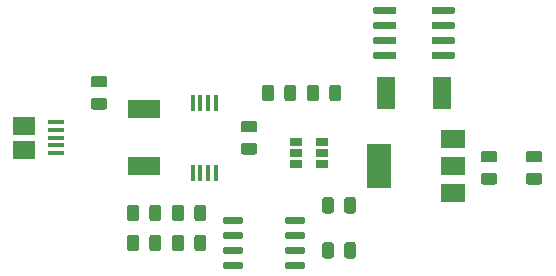
<source format=gbr>
G04 #@! TF.GenerationSoftware,KiCad,Pcbnew,5.1.5+dfsg1-2build2*
G04 #@! TF.CreationDate,2020-07-25T19:40:00-04:00*
G04 #@! TF.ProjectId,lipo-charger,6c69706f-2d63-4686-9172-6765722e6b69,rev?*
G04 #@! TF.SameCoordinates,Original*
G04 #@! TF.FileFunction,Paste,Top*
G04 #@! TF.FilePolarity,Positive*
%FSLAX46Y46*%
G04 Gerber Fmt 4.6, Leading zero omitted, Abs format (unit mm)*
G04 Created by KiCad (PCBNEW 5.1.5+dfsg1-2build2) date 2020-07-25 19:40:00*
%MOMM*%
%LPD*%
G04 APERTURE LIST*
%ADD10C,0.100000*%
%ADD11R,1.900000X1.500000*%
%ADD12R,1.350000X0.400000*%
%ADD13R,1.060000X0.650000*%
%ADD14R,0.450000X1.450000*%
%ADD15R,2.700000X1.500000*%
%ADD16R,1.500000X2.700000*%
%ADD17R,2.000000X3.800000*%
%ADD18R,2.000000X1.500000*%
G04 APERTURE END LIST*
D10*
G36*
X126504703Y-93045722D02*
G01*
X126519264Y-93047882D01*
X126533543Y-93051459D01*
X126547403Y-93056418D01*
X126560710Y-93062712D01*
X126573336Y-93070280D01*
X126585159Y-93079048D01*
X126596066Y-93088934D01*
X126605952Y-93099841D01*
X126614720Y-93111664D01*
X126622288Y-93124290D01*
X126628582Y-93137597D01*
X126633541Y-93151457D01*
X126637118Y-93165736D01*
X126639278Y-93180297D01*
X126640000Y-93195000D01*
X126640000Y-93495000D01*
X126639278Y-93509703D01*
X126637118Y-93524264D01*
X126633541Y-93538543D01*
X126628582Y-93552403D01*
X126622288Y-93565710D01*
X126614720Y-93578336D01*
X126605952Y-93590159D01*
X126596066Y-93601066D01*
X126585159Y-93610952D01*
X126573336Y-93619720D01*
X126560710Y-93627288D01*
X126547403Y-93633582D01*
X126533543Y-93638541D01*
X126519264Y-93642118D01*
X126504703Y-93644278D01*
X126490000Y-93645000D01*
X125140000Y-93645000D01*
X125125297Y-93644278D01*
X125110736Y-93642118D01*
X125096457Y-93638541D01*
X125082597Y-93633582D01*
X125069290Y-93627288D01*
X125056664Y-93619720D01*
X125044841Y-93610952D01*
X125033934Y-93601066D01*
X125024048Y-93590159D01*
X125015280Y-93578336D01*
X125007712Y-93565710D01*
X125001418Y-93552403D01*
X124996459Y-93538543D01*
X124992882Y-93524264D01*
X124990722Y-93509703D01*
X124990000Y-93495000D01*
X124990000Y-93195000D01*
X124990722Y-93180297D01*
X124992882Y-93165736D01*
X124996459Y-93151457D01*
X125001418Y-93137597D01*
X125007712Y-93124290D01*
X125015280Y-93111664D01*
X125024048Y-93099841D01*
X125033934Y-93088934D01*
X125044841Y-93079048D01*
X125056664Y-93070280D01*
X125069290Y-93062712D01*
X125082597Y-93056418D01*
X125096457Y-93051459D01*
X125110736Y-93047882D01*
X125125297Y-93045722D01*
X125140000Y-93045000D01*
X126490000Y-93045000D01*
X126504703Y-93045722D01*
G37*
G36*
X126504703Y-91775722D02*
G01*
X126519264Y-91777882D01*
X126533543Y-91781459D01*
X126547403Y-91786418D01*
X126560710Y-91792712D01*
X126573336Y-91800280D01*
X126585159Y-91809048D01*
X126596066Y-91818934D01*
X126605952Y-91829841D01*
X126614720Y-91841664D01*
X126622288Y-91854290D01*
X126628582Y-91867597D01*
X126633541Y-91881457D01*
X126637118Y-91895736D01*
X126639278Y-91910297D01*
X126640000Y-91925000D01*
X126640000Y-92225000D01*
X126639278Y-92239703D01*
X126637118Y-92254264D01*
X126633541Y-92268543D01*
X126628582Y-92282403D01*
X126622288Y-92295710D01*
X126614720Y-92308336D01*
X126605952Y-92320159D01*
X126596066Y-92331066D01*
X126585159Y-92340952D01*
X126573336Y-92349720D01*
X126560710Y-92357288D01*
X126547403Y-92363582D01*
X126533543Y-92368541D01*
X126519264Y-92372118D01*
X126504703Y-92374278D01*
X126490000Y-92375000D01*
X125140000Y-92375000D01*
X125125297Y-92374278D01*
X125110736Y-92372118D01*
X125096457Y-92368541D01*
X125082597Y-92363582D01*
X125069290Y-92357288D01*
X125056664Y-92349720D01*
X125044841Y-92340952D01*
X125033934Y-92331066D01*
X125024048Y-92320159D01*
X125015280Y-92308336D01*
X125007712Y-92295710D01*
X125001418Y-92282403D01*
X124996459Y-92268543D01*
X124992882Y-92254264D01*
X124990722Y-92239703D01*
X124990000Y-92225000D01*
X124990000Y-91925000D01*
X124990722Y-91910297D01*
X124992882Y-91895736D01*
X124996459Y-91881457D01*
X125001418Y-91867597D01*
X125007712Y-91854290D01*
X125015280Y-91841664D01*
X125024048Y-91829841D01*
X125033934Y-91818934D01*
X125044841Y-91809048D01*
X125056664Y-91800280D01*
X125069290Y-91792712D01*
X125082597Y-91786418D01*
X125096457Y-91781459D01*
X125110736Y-91777882D01*
X125125297Y-91775722D01*
X125140000Y-91775000D01*
X126490000Y-91775000D01*
X126504703Y-91775722D01*
G37*
G36*
X126504703Y-90505722D02*
G01*
X126519264Y-90507882D01*
X126533543Y-90511459D01*
X126547403Y-90516418D01*
X126560710Y-90522712D01*
X126573336Y-90530280D01*
X126585159Y-90539048D01*
X126596066Y-90548934D01*
X126605952Y-90559841D01*
X126614720Y-90571664D01*
X126622288Y-90584290D01*
X126628582Y-90597597D01*
X126633541Y-90611457D01*
X126637118Y-90625736D01*
X126639278Y-90640297D01*
X126640000Y-90655000D01*
X126640000Y-90955000D01*
X126639278Y-90969703D01*
X126637118Y-90984264D01*
X126633541Y-90998543D01*
X126628582Y-91012403D01*
X126622288Y-91025710D01*
X126614720Y-91038336D01*
X126605952Y-91050159D01*
X126596066Y-91061066D01*
X126585159Y-91070952D01*
X126573336Y-91079720D01*
X126560710Y-91087288D01*
X126547403Y-91093582D01*
X126533543Y-91098541D01*
X126519264Y-91102118D01*
X126504703Y-91104278D01*
X126490000Y-91105000D01*
X125140000Y-91105000D01*
X125125297Y-91104278D01*
X125110736Y-91102118D01*
X125096457Y-91098541D01*
X125082597Y-91093582D01*
X125069290Y-91087288D01*
X125056664Y-91079720D01*
X125044841Y-91070952D01*
X125033934Y-91061066D01*
X125024048Y-91050159D01*
X125015280Y-91038336D01*
X125007712Y-91025710D01*
X125001418Y-91012403D01*
X124996459Y-90998543D01*
X124992882Y-90984264D01*
X124990722Y-90969703D01*
X124990000Y-90955000D01*
X124990000Y-90655000D01*
X124990722Y-90640297D01*
X124992882Y-90625736D01*
X124996459Y-90611457D01*
X125001418Y-90597597D01*
X125007712Y-90584290D01*
X125015280Y-90571664D01*
X125024048Y-90559841D01*
X125033934Y-90548934D01*
X125044841Y-90539048D01*
X125056664Y-90530280D01*
X125069290Y-90522712D01*
X125082597Y-90516418D01*
X125096457Y-90511459D01*
X125110736Y-90507882D01*
X125125297Y-90505722D01*
X125140000Y-90505000D01*
X126490000Y-90505000D01*
X126504703Y-90505722D01*
G37*
G36*
X126504703Y-89235722D02*
G01*
X126519264Y-89237882D01*
X126533543Y-89241459D01*
X126547403Y-89246418D01*
X126560710Y-89252712D01*
X126573336Y-89260280D01*
X126585159Y-89269048D01*
X126596066Y-89278934D01*
X126605952Y-89289841D01*
X126614720Y-89301664D01*
X126622288Y-89314290D01*
X126628582Y-89327597D01*
X126633541Y-89341457D01*
X126637118Y-89355736D01*
X126639278Y-89370297D01*
X126640000Y-89385000D01*
X126640000Y-89685000D01*
X126639278Y-89699703D01*
X126637118Y-89714264D01*
X126633541Y-89728543D01*
X126628582Y-89742403D01*
X126622288Y-89755710D01*
X126614720Y-89768336D01*
X126605952Y-89780159D01*
X126596066Y-89791066D01*
X126585159Y-89800952D01*
X126573336Y-89809720D01*
X126560710Y-89817288D01*
X126547403Y-89823582D01*
X126533543Y-89828541D01*
X126519264Y-89832118D01*
X126504703Y-89834278D01*
X126490000Y-89835000D01*
X125140000Y-89835000D01*
X125125297Y-89834278D01*
X125110736Y-89832118D01*
X125096457Y-89828541D01*
X125082597Y-89823582D01*
X125069290Y-89817288D01*
X125056664Y-89809720D01*
X125044841Y-89800952D01*
X125033934Y-89791066D01*
X125024048Y-89780159D01*
X125015280Y-89768336D01*
X125007712Y-89755710D01*
X125001418Y-89742403D01*
X124996459Y-89728543D01*
X124992882Y-89714264D01*
X124990722Y-89699703D01*
X124990000Y-89685000D01*
X124990000Y-89385000D01*
X124990722Y-89370297D01*
X124992882Y-89355736D01*
X124996459Y-89341457D01*
X125001418Y-89327597D01*
X125007712Y-89314290D01*
X125015280Y-89301664D01*
X125024048Y-89289841D01*
X125033934Y-89278934D01*
X125044841Y-89269048D01*
X125056664Y-89260280D01*
X125069290Y-89252712D01*
X125082597Y-89246418D01*
X125096457Y-89241459D01*
X125110736Y-89237882D01*
X125125297Y-89235722D01*
X125140000Y-89235000D01*
X126490000Y-89235000D01*
X126504703Y-89235722D01*
G37*
G36*
X121254703Y-89235722D02*
G01*
X121269264Y-89237882D01*
X121283543Y-89241459D01*
X121297403Y-89246418D01*
X121310710Y-89252712D01*
X121323336Y-89260280D01*
X121335159Y-89269048D01*
X121346066Y-89278934D01*
X121355952Y-89289841D01*
X121364720Y-89301664D01*
X121372288Y-89314290D01*
X121378582Y-89327597D01*
X121383541Y-89341457D01*
X121387118Y-89355736D01*
X121389278Y-89370297D01*
X121390000Y-89385000D01*
X121390000Y-89685000D01*
X121389278Y-89699703D01*
X121387118Y-89714264D01*
X121383541Y-89728543D01*
X121378582Y-89742403D01*
X121372288Y-89755710D01*
X121364720Y-89768336D01*
X121355952Y-89780159D01*
X121346066Y-89791066D01*
X121335159Y-89800952D01*
X121323336Y-89809720D01*
X121310710Y-89817288D01*
X121297403Y-89823582D01*
X121283543Y-89828541D01*
X121269264Y-89832118D01*
X121254703Y-89834278D01*
X121240000Y-89835000D01*
X119890000Y-89835000D01*
X119875297Y-89834278D01*
X119860736Y-89832118D01*
X119846457Y-89828541D01*
X119832597Y-89823582D01*
X119819290Y-89817288D01*
X119806664Y-89809720D01*
X119794841Y-89800952D01*
X119783934Y-89791066D01*
X119774048Y-89780159D01*
X119765280Y-89768336D01*
X119757712Y-89755710D01*
X119751418Y-89742403D01*
X119746459Y-89728543D01*
X119742882Y-89714264D01*
X119740722Y-89699703D01*
X119740000Y-89685000D01*
X119740000Y-89385000D01*
X119740722Y-89370297D01*
X119742882Y-89355736D01*
X119746459Y-89341457D01*
X119751418Y-89327597D01*
X119757712Y-89314290D01*
X119765280Y-89301664D01*
X119774048Y-89289841D01*
X119783934Y-89278934D01*
X119794841Y-89269048D01*
X119806664Y-89260280D01*
X119819290Y-89252712D01*
X119832597Y-89246418D01*
X119846457Y-89241459D01*
X119860736Y-89237882D01*
X119875297Y-89235722D01*
X119890000Y-89235000D01*
X121240000Y-89235000D01*
X121254703Y-89235722D01*
G37*
G36*
X121254703Y-90505722D02*
G01*
X121269264Y-90507882D01*
X121283543Y-90511459D01*
X121297403Y-90516418D01*
X121310710Y-90522712D01*
X121323336Y-90530280D01*
X121335159Y-90539048D01*
X121346066Y-90548934D01*
X121355952Y-90559841D01*
X121364720Y-90571664D01*
X121372288Y-90584290D01*
X121378582Y-90597597D01*
X121383541Y-90611457D01*
X121387118Y-90625736D01*
X121389278Y-90640297D01*
X121390000Y-90655000D01*
X121390000Y-90955000D01*
X121389278Y-90969703D01*
X121387118Y-90984264D01*
X121383541Y-90998543D01*
X121378582Y-91012403D01*
X121372288Y-91025710D01*
X121364720Y-91038336D01*
X121355952Y-91050159D01*
X121346066Y-91061066D01*
X121335159Y-91070952D01*
X121323336Y-91079720D01*
X121310710Y-91087288D01*
X121297403Y-91093582D01*
X121283543Y-91098541D01*
X121269264Y-91102118D01*
X121254703Y-91104278D01*
X121240000Y-91105000D01*
X119890000Y-91105000D01*
X119875297Y-91104278D01*
X119860736Y-91102118D01*
X119846457Y-91098541D01*
X119832597Y-91093582D01*
X119819290Y-91087288D01*
X119806664Y-91079720D01*
X119794841Y-91070952D01*
X119783934Y-91061066D01*
X119774048Y-91050159D01*
X119765280Y-91038336D01*
X119757712Y-91025710D01*
X119751418Y-91012403D01*
X119746459Y-90998543D01*
X119742882Y-90984264D01*
X119740722Y-90969703D01*
X119740000Y-90955000D01*
X119740000Y-90655000D01*
X119740722Y-90640297D01*
X119742882Y-90625736D01*
X119746459Y-90611457D01*
X119751418Y-90597597D01*
X119757712Y-90584290D01*
X119765280Y-90571664D01*
X119774048Y-90559841D01*
X119783934Y-90548934D01*
X119794841Y-90539048D01*
X119806664Y-90530280D01*
X119819290Y-90522712D01*
X119832597Y-90516418D01*
X119846457Y-90511459D01*
X119860736Y-90507882D01*
X119875297Y-90505722D01*
X119890000Y-90505000D01*
X121240000Y-90505000D01*
X121254703Y-90505722D01*
G37*
G36*
X121254703Y-91775722D02*
G01*
X121269264Y-91777882D01*
X121283543Y-91781459D01*
X121297403Y-91786418D01*
X121310710Y-91792712D01*
X121323336Y-91800280D01*
X121335159Y-91809048D01*
X121346066Y-91818934D01*
X121355952Y-91829841D01*
X121364720Y-91841664D01*
X121372288Y-91854290D01*
X121378582Y-91867597D01*
X121383541Y-91881457D01*
X121387118Y-91895736D01*
X121389278Y-91910297D01*
X121390000Y-91925000D01*
X121390000Y-92225000D01*
X121389278Y-92239703D01*
X121387118Y-92254264D01*
X121383541Y-92268543D01*
X121378582Y-92282403D01*
X121372288Y-92295710D01*
X121364720Y-92308336D01*
X121355952Y-92320159D01*
X121346066Y-92331066D01*
X121335159Y-92340952D01*
X121323336Y-92349720D01*
X121310710Y-92357288D01*
X121297403Y-92363582D01*
X121283543Y-92368541D01*
X121269264Y-92372118D01*
X121254703Y-92374278D01*
X121240000Y-92375000D01*
X119890000Y-92375000D01*
X119875297Y-92374278D01*
X119860736Y-92372118D01*
X119846457Y-92368541D01*
X119832597Y-92363582D01*
X119819290Y-92357288D01*
X119806664Y-92349720D01*
X119794841Y-92340952D01*
X119783934Y-92331066D01*
X119774048Y-92320159D01*
X119765280Y-92308336D01*
X119757712Y-92295710D01*
X119751418Y-92282403D01*
X119746459Y-92268543D01*
X119742882Y-92254264D01*
X119740722Y-92239703D01*
X119740000Y-92225000D01*
X119740000Y-91925000D01*
X119740722Y-91910297D01*
X119742882Y-91895736D01*
X119746459Y-91881457D01*
X119751418Y-91867597D01*
X119757712Y-91854290D01*
X119765280Y-91841664D01*
X119774048Y-91829841D01*
X119783934Y-91818934D01*
X119794841Y-91809048D01*
X119806664Y-91800280D01*
X119819290Y-91792712D01*
X119832597Y-91786418D01*
X119846457Y-91781459D01*
X119860736Y-91777882D01*
X119875297Y-91775722D01*
X119890000Y-91775000D01*
X121240000Y-91775000D01*
X121254703Y-91775722D01*
G37*
G36*
X121254703Y-93045722D02*
G01*
X121269264Y-93047882D01*
X121283543Y-93051459D01*
X121297403Y-93056418D01*
X121310710Y-93062712D01*
X121323336Y-93070280D01*
X121335159Y-93079048D01*
X121346066Y-93088934D01*
X121355952Y-93099841D01*
X121364720Y-93111664D01*
X121372288Y-93124290D01*
X121378582Y-93137597D01*
X121383541Y-93151457D01*
X121387118Y-93165736D01*
X121389278Y-93180297D01*
X121390000Y-93195000D01*
X121390000Y-93495000D01*
X121389278Y-93509703D01*
X121387118Y-93524264D01*
X121383541Y-93538543D01*
X121378582Y-93552403D01*
X121372288Y-93565710D01*
X121364720Y-93578336D01*
X121355952Y-93590159D01*
X121346066Y-93601066D01*
X121335159Y-93610952D01*
X121323336Y-93619720D01*
X121310710Y-93627288D01*
X121297403Y-93633582D01*
X121283543Y-93638541D01*
X121269264Y-93642118D01*
X121254703Y-93644278D01*
X121240000Y-93645000D01*
X119890000Y-93645000D01*
X119875297Y-93644278D01*
X119860736Y-93642118D01*
X119846457Y-93638541D01*
X119832597Y-93633582D01*
X119819290Y-93627288D01*
X119806664Y-93619720D01*
X119794841Y-93610952D01*
X119783934Y-93601066D01*
X119774048Y-93590159D01*
X119765280Y-93578336D01*
X119757712Y-93565710D01*
X119751418Y-93552403D01*
X119746459Y-93538543D01*
X119742882Y-93524264D01*
X119740722Y-93509703D01*
X119740000Y-93495000D01*
X119740000Y-93195000D01*
X119740722Y-93180297D01*
X119742882Y-93165736D01*
X119746459Y-93151457D01*
X119751418Y-93137597D01*
X119757712Y-93124290D01*
X119765280Y-93111664D01*
X119774048Y-93099841D01*
X119783934Y-93088934D01*
X119794841Y-93079048D01*
X119806664Y-93070280D01*
X119819290Y-93062712D01*
X119832597Y-93056418D01*
X119846457Y-93051459D01*
X119860736Y-93047882D01*
X119875297Y-93045722D01*
X119890000Y-93045000D01*
X121240000Y-93045000D01*
X121254703Y-93045722D01*
G37*
G36*
X109700142Y-77316174D02*
G01*
X109723803Y-77319684D01*
X109747007Y-77325496D01*
X109769529Y-77333554D01*
X109791153Y-77343782D01*
X109811670Y-77356079D01*
X109830883Y-77370329D01*
X109848607Y-77386393D01*
X109864671Y-77404117D01*
X109878921Y-77423330D01*
X109891218Y-77443847D01*
X109901446Y-77465471D01*
X109909504Y-77487993D01*
X109915316Y-77511197D01*
X109918826Y-77534858D01*
X109920000Y-77558750D01*
X109920000Y-78046250D01*
X109918826Y-78070142D01*
X109915316Y-78093803D01*
X109909504Y-78117007D01*
X109901446Y-78139529D01*
X109891218Y-78161153D01*
X109878921Y-78181670D01*
X109864671Y-78200883D01*
X109848607Y-78218607D01*
X109830883Y-78234671D01*
X109811670Y-78248921D01*
X109791153Y-78261218D01*
X109769529Y-78271446D01*
X109747007Y-78279504D01*
X109723803Y-78285316D01*
X109700142Y-78288826D01*
X109676250Y-78290000D01*
X108763750Y-78290000D01*
X108739858Y-78288826D01*
X108716197Y-78285316D01*
X108692993Y-78279504D01*
X108670471Y-78271446D01*
X108648847Y-78261218D01*
X108628330Y-78248921D01*
X108609117Y-78234671D01*
X108591393Y-78218607D01*
X108575329Y-78200883D01*
X108561079Y-78181670D01*
X108548782Y-78161153D01*
X108538554Y-78139529D01*
X108530496Y-78117007D01*
X108524684Y-78093803D01*
X108521174Y-78070142D01*
X108520000Y-78046250D01*
X108520000Y-77558750D01*
X108521174Y-77534858D01*
X108524684Y-77511197D01*
X108530496Y-77487993D01*
X108538554Y-77465471D01*
X108548782Y-77443847D01*
X108561079Y-77423330D01*
X108575329Y-77404117D01*
X108591393Y-77386393D01*
X108609117Y-77370329D01*
X108628330Y-77356079D01*
X108648847Y-77343782D01*
X108670471Y-77333554D01*
X108692993Y-77325496D01*
X108716197Y-77319684D01*
X108739858Y-77316174D01*
X108763750Y-77315000D01*
X109676250Y-77315000D01*
X109700142Y-77316174D01*
G37*
G36*
X109700142Y-79191174D02*
G01*
X109723803Y-79194684D01*
X109747007Y-79200496D01*
X109769529Y-79208554D01*
X109791153Y-79218782D01*
X109811670Y-79231079D01*
X109830883Y-79245329D01*
X109848607Y-79261393D01*
X109864671Y-79279117D01*
X109878921Y-79298330D01*
X109891218Y-79318847D01*
X109901446Y-79340471D01*
X109909504Y-79362993D01*
X109915316Y-79386197D01*
X109918826Y-79409858D01*
X109920000Y-79433750D01*
X109920000Y-79921250D01*
X109918826Y-79945142D01*
X109915316Y-79968803D01*
X109909504Y-79992007D01*
X109901446Y-80014529D01*
X109891218Y-80036153D01*
X109878921Y-80056670D01*
X109864671Y-80075883D01*
X109848607Y-80093607D01*
X109830883Y-80109671D01*
X109811670Y-80123921D01*
X109791153Y-80136218D01*
X109769529Y-80146446D01*
X109747007Y-80154504D01*
X109723803Y-80160316D01*
X109700142Y-80163826D01*
X109676250Y-80165000D01*
X108763750Y-80165000D01*
X108739858Y-80163826D01*
X108716197Y-80160316D01*
X108692993Y-80154504D01*
X108670471Y-80146446D01*
X108648847Y-80136218D01*
X108628330Y-80123921D01*
X108609117Y-80109671D01*
X108591393Y-80093607D01*
X108575329Y-80075883D01*
X108561079Y-80056670D01*
X108548782Y-80036153D01*
X108538554Y-80014529D01*
X108530496Y-79992007D01*
X108524684Y-79968803D01*
X108521174Y-79945142D01*
X108520000Y-79921250D01*
X108520000Y-79433750D01*
X108521174Y-79409858D01*
X108524684Y-79386197D01*
X108530496Y-79362993D01*
X108538554Y-79340471D01*
X108548782Y-79318847D01*
X108561079Y-79298330D01*
X108575329Y-79279117D01*
X108591393Y-79261393D01*
X108609117Y-79245329D01*
X108628330Y-79231079D01*
X108648847Y-79218782D01*
X108670471Y-79208554D01*
X108692993Y-79200496D01*
X108716197Y-79194684D01*
X108739858Y-79191174D01*
X108763750Y-79190000D01*
X109676250Y-79190000D01*
X109700142Y-79191174D01*
G37*
G36*
X142720142Y-83666174D02*
G01*
X142743803Y-83669684D01*
X142767007Y-83675496D01*
X142789529Y-83683554D01*
X142811153Y-83693782D01*
X142831670Y-83706079D01*
X142850883Y-83720329D01*
X142868607Y-83736393D01*
X142884671Y-83754117D01*
X142898921Y-83773330D01*
X142911218Y-83793847D01*
X142921446Y-83815471D01*
X142929504Y-83837993D01*
X142935316Y-83861197D01*
X142938826Y-83884858D01*
X142940000Y-83908750D01*
X142940000Y-84396250D01*
X142938826Y-84420142D01*
X142935316Y-84443803D01*
X142929504Y-84467007D01*
X142921446Y-84489529D01*
X142911218Y-84511153D01*
X142898921Y-84531670D01*
X142884671Y-84550883D01*
X142868607Y-84568607D01*
X142850883Y-84584671D01*
X142831670Y-84598921D01*
X142811153Y-84611218D01*
X142789529Y-84621446D01*
X142767007Y-84629504D01*
X142743803Y-84635316D01*
X142720142Y-84638826D01*
X142696250Y-84640000D01*
X141783750Y-84640000D01*
X141759858Y-84638826D01*
X141736197Y-84635316D01*
X141712993Y-84629504D01*
X141690471Y-84621446D01*
X141668847Y-84611218D01*
X141648330Y-84598921D01*
X141629117Y-84584671D01*
X141611393Y-84568607D01*
X141595329Y-84550883D01*
X141581079Y-84531670D01*
X141568782Y-84511153D01*
X141558554Y-84489529D01*
X141550496Y-84467007D01*
X141544684Y-84443803D01*
X141541174Y-84420142D01*
X141540000Y-84396250D01*
X141540000Y-83908750D01*
X141541174Y-83884858D01*
X141544684Y-83861197D01*
X141550496Y-83837993D01*
X141558554Y-83815471D01*
X141568782Y-83793847D01*
X141581079Y-83773330D01*
X141595329Y-83754117D01*
X141611393Y-83736393D01*
X141629117Y-83720329D01*
X141648330Y-83706079D01*
X141668847Y-83693782D01*
X141690471Y-83683554D01*
X141712993Y-83675496D01*
X141736197Y-83669684D01*
X141759858Y-83666174D01*
X141783750Y-83665000D01*
X142696250Y-83665000D01*
X142720142Y-83666174D01*
G37*
G36*
X142720142Y-85541174D02*
G01*
X142743803Y-85544684D01*
X142767007Y-85550496D01*
X142789529Y-85558554D01*
X142811153Y-85568782D01*
X142831670Y-85581079D01*
X142850883Y-85595329D01*
X142868607Y-85611393D01*
X142884671Y-85629117D01*
X142898921Y-85648330D01*
X142911218Y-85668847D01*
X142921446Y-85690471D01*
X142929504Y-85712993D01*
X142935316Y-85736197D01*
X142938826Y-85759858D01*
X142940000Y-85783750D01*
X142940000Y-86271250D01*
X142938826Y-86295142D01*
X142935316Y-86318803D01*
X142929504Y-86342007D01*
X142921446Y-86364529D01*
X142911218Y-86386153D01*
X142898921Y-86406670D01*
X142884671Y-86425883D01*
X142868607Y-86443607D01*
X142850883Y-86459671D01*
X142831670Y-86473921D01*
X142811153Y-86486218D01*
X142789529Y-86496446D01*
X142767007Y-86504504D01*
X142743803Y-86510316D01*
X142720142Y-86513826D01*
X142696250Y-86515000D01*
X141783750Y-86515000D01*
X141759858Y-86513826D01*
X141736197Y-86510316D01*
X141712993Y-86504504D01*
X141690471Y-86496446D01*
X141668847Y-86486218D01*
X141648330Y-86473921D01*
X141629117Y-86459671D01*
X141611393Y-86443607D01*
X141595329Y-86425883D01*
X141581079Y-86406670D01*
X141568782Y-86386153D01*
X141558554Y-86364529D01*
X141550496Y-86342007D01*
X141544684Y-86318803D01*
X141541174Y-86295142D01*
X141540000Y-86271250D01*
X141540000Y-85783750D01*
X141541174Y-85759858D01*
X141544684Y-85736197D01*
X141550496Y-85712993D01*
X141558554Y-85690471D01*
X141568782Y-85668847D01*
X141581079Y-85648330D01*
X141595329Y-85629117D01*
X141611393Y-85611393D01*
X141629117Y-85595329D01*
X141648330Y-85581079D01*
X141668847Y-85568782D01*
X141690471Y-85558554D01*
X141712993Y-85550496D01*
X141736197Y-85544684D01*
X141759858Y-85541174D01*
X141783750Y-85540000D01*
X142696250Y-85540000D01*
X142720142Y-85541174D01*
G37*
G36*
X125665142Y-78041174D02*
G01*
X125688803Y-78044684D01*
X125712007Y-78050496D01*
X125734529Y-78058554D01*
X125756153Y-78068782D01*
X125776670Y-78081079D01*
X125795883Y-78095329D01*
X125813607Y-78111393D01*
X125829671Y-78129117D01*
X125843921Y-78148330D01*
X125856218Y-78168847D01*
X125866446Y-78190471D01*
X125874504Y-78212993D01*
X125880316Y-78236197D01*
X125883826Y-78259858D01*
X125885000Y-78283750D01*
X125885000Y-79196250D01*
X125883826Y-79220142D01*
X125880316Y-79243803D01*
X125874504Y-79267007D01*
X125866446Y-79289529D01*
X125856218Y-79311153D01*
X125843921Y-79331670D01*
X125829671Y-79350883D01*
X125813607Y-79368607D01*
X125795883Y-79384671D01*
X125776670Y-79398921D01*
X125756153Y-79411218D01*
X125734529Y-79421446D01*
X125712007Y-79429504D01*
X125688803Y-79435316D01*
X125665142Y-79438826D01*
X125641250Y-79440000D01*
X125153750Y-79440000D01*
X125129858Y-79438826D01*
X125106197Y-79435316D01*
X125082993Y-79429504D01*
X125060471Y-79421446D01*
X125038847Y-79411218D01*
X125018330Y-79398921D01*
X124999117Y-79384671D01*
X124981393Y-79368607D01*
X124965329Y-79350883D01*
X124951079Y-79331670D01*
X124938782Y-79311153D01*
X124928554Y-79289529D01*
X124920496Y-79267007D01*
X124914684Y-79243803D01*
X124911174Y-79220142D01*
X124910000Y-79196250D01*
X124910000Y-78283750D01*
X124911174Y-78259858D01*
X124914684Y-78236197D01*
X124920496Y-78212993D01*
X124928554Y-78190471D01*
X124938782Y-78168847D01*
X124951079Y-78148330D01*
X124965329Y-78129117D01*
X124981393Y-78111393D01*
X124999117Y-78095329D01*
X125018330Y-78081079D01*
X125038847Y-78068782D01*
X125060471Y-78058554D01*
X125082993Y-78050496D01*
X125106197Y-78044684D01*
X125129858Y-78041174D01*
X125153750Y-78040000D01*
X125641250Y-78040000D01*
X125665142Y-78041174D01*
G37*
G36*
X123790142Y-78041174D02*
G01*
X123813803Y-78044684D01*
X123837007Y-78050496D01*
X123859529Y-78058554D01*
X123881153Y-78068782D01*
X123901670Y-78081079D01*
X123920883Y-78095329D01*
X123938607Y-78111393D01*
X123954671Y-78129117D01*
X123968921Y-78148330D01*
X123981218Y-78168847D01*
X123991446Y-78190471D01*
X123999504Y-78212993D01*
X124005316Y-78236197D01*
X124008826Y-78259858D01*
X124010000Y-78283750D01*
X124010000Y-79196250D01*
X124008826Y-79220142D01*
X124005316Y-79243803D01*
X123999504Y-79267007D01*
X123991446Y-79289529D01*
X123981218Y-79311153D01*
X123968921Y-79331670D01*
X123954671Y-79350883D01*
X123938607Y-79368607D01*
X123920883Y-79384671D01*
X123901670Y-79398921D01*
X123881153Y-79411218D01*
X123859529Y-79421446D01*
X123837007Y-79429504D01*
X123813803Y-79435316D01*
X123790142Y-79438826D01*
X123766250Y-79440000D01*
X123278750Y-79440000D01*
X123254858Y-79438826D01*
X123231197Y-79435316D01*
X123207993Y-79429504D01*
X123185471Y-79421446D01*
X123163847Y-79411218D01*
X123143330Y-79398921D01*
X123124117Y-79384671D01*
X123106393Y-79368607D01*
X123090329Y-79350883D01*
X123076079Y-79331670D01*
X123063782Y-79311153D01*
X123053554Y-79289529D01*
X123045496Y-79267007D01*
X123039684Y-79243803D01*
X123036174Y-79220142D01*
X123035000Y-79196250D01*
X123035000Y-78283750D01*
X123036174Y-78259858D01*
X123039684Y-78236197D01*
X123045496Y-78212993D01*
X123053554Y-78190471D01*
X123063782Y-78168847D01*
X123076079Y-78148330D01*
X123090329Y-78129117D01*
X123106393Y-78111393D01*
X123124117Y-78095329D01*
X123143330Y-78081079D01*
X123163847Y-78068782D01*
X123185471Y-78058554D01*
X123207993Y-78050496D01*
X123231197Y-78044684D01*
X123254858Y-78041174D01*
X123278750Y-78040000D01*
X123766250Y-78040000D01*
X123790142Y-78041174D01*
G37*
G36*
X146530142Y-85541174D02*
G01*
X146553803Y-85544684D01*
X146577007Y-85550496D01*
X146599529Y-85558554D01*
X146621153Y-85568782D01*
X146641670Y-85581079D01*
X146660883Y-85595329D01*
X146678607Y-85611393D01*
X146694671Y-85629117D01*
X146708921Y-85648330D01*
X146721218Y-85668847D01*
X146731446Y-85690471D01*
X146739504Y-85712993D01*
X146745316Y-85736197D01*
X146748826Y-85759858D01*
X146750000Y-85783750D01*
X146750000Y-86271250D01*
X146748826Y-86295142D01*
X146745316Y-86318803D01*
X146739504Y-86342007D01*
X146731446Y-86364529D01*
X146721218Y-86386153D01*
X146708921Y-86406670D01*
X146694671Y-86425883D01*
X146678607Y-86443607D01*
X146660883Y-86459671D01*
X146641670Y-86473921D01*
X146621153Y-86486218D01*
X146599529Y-86496446D01*
X146577007Y-86504504D01*
X146553803Y-86510316D01*
X146530142Y-86513826D01*
X146506250Y-86515000D01*
X145593750Y-86515000D01*
X145569858Y-86513826D01*
X145546197Y-86510316D01*
X145522993Y-86504504D01*
X145500471Y-86496446D01*
X145478847Y-86486218D01*
X145458330Y-86473921D01*
X145439117Y-86459671D01*
X145421393Y-86443607D01*
X145405329Y-86425883D01*
X145391079Y-86406670D01*
X145378782Y-86386153D01*
X145368554Y-86364529D01*
X145360496Y-86342007D01*
X145354684Y-86318803D01*
X145351174Y-86295142D01*
X145350000Y-86271250D01*
X145350000Y-85783750D01*
X145351174Y-85759858D01*
X145354684Y-85736197D01*
X145360496Y-85712993D01*
X145368554Y-85690471D01*
X145378782Y-85668847D01*
X145391079Y-85648330D01*
X145405329Y-85629117D01*
X145421393Y-85611393D01*
X145439117Y-85595329D01*
X145458330Y-85581079D01*
X145478847Y-85568782D01*
X145500471Y-85558554D01*
X145522993Y-85550496D01*
X145546197Y-85544684D01*
X145569858Y-85541174D01*
X145593750Y-85540000D01*
X146506250Y-85540000D01*
X146530142Y-85541174D01*
G37*
G36*
X146530142Y-83666174D02*
G01*
X146553803Y-83669684D01*
X146577007Y-83675496D01*
X146599529Y-83683554D01*
X146621153Y-83693782D01*
X146641670Y-83706079D01*
X146660883Y-83720329D01*
X146678607Y-83736393D01*
X146694671Y-83754117D01*
X146708921Y-83773330D01*
X146721218Y-83793847D01*
X146731446Y-83815471D01*
X146739504Y-83837993D01*
X146745316Y-83861197D01*
X146748826Y-83884858D01*
X146750000Y-83908750D01*
X146750000Y-84396250D01*
X146748826Y-84420142D01*
X146745316Y-84443803D01*
X146739504Y-84467007D01*
X146731446Y-84489529D01*
X146721218Y-84511153D01*
X146708921Y-84531670D01*
X146694671Y-84550883D01*
X146678607Y-84568607D01*
X146660883Y-84584671D01*
X146641670Y-84598921D01*
X146621153Y-84611218D01*
X146599529Y-84621446D01*
X146577007Y-84629504D01*
X146553803Y-84635316D01*
X146530142Y-84638826D01*
X146506250Y-84640000D01*
X145593750Y-84640000D01*
X145569858Y-84638826D01*
X145546197Y-84635316D01*
X145522993Y-84629504D01*
X145500471Y-84621446D01*
X145478847Y-84611218D01*
X145458330Y-84598921D01*
X145439117Y-84584671D01*
X145421393Y-84568607D01*
X145405329Y-84550883D01*
X145391079Y-84531670D01*
X145378782Y-84511153D01*
X145368554Y-84489529D01*
X145360496Y-84467007D01*
X145354684Y-84443803D01*
X145351174Y-84420142D01*
X145350000Y-84396250D01*
X145350000Y-83908750D01*
X145351174Y-83884858D01*
X145354684Y-83861197D01*
X145360496Y-83837993D01*
X145368554Y-83815471D01*
X145378782Y-83793847D01*
X145391079Y-83773330D01*
X145405329Y-83754117D01*
X145421393Y-83736393D01*
X145439117Y-83720329D01*
X145458330Y-83706079D01*
X145478847Y-83693782D01*
X145500471Y-83683554D01*
X145522993Y-83675496D01*
X145546197Y-83669684D01*
X145569858Y-83666174D01*
X145593750Y-83665000D01*
X146506250Y-83665000D01*
X146530142Y-83666174D01*
G37*
G36*
X118045142Y-88201174D02*
G01*
X118068803Y-88204684D01*
X118092007Y-88210496D01*
X118114529Y-88218554D01*
X118136153Y-88228782D01*
X118156670Y-88241079D01*
X118175883Y-88255329D01*
X118193607Y-88271393D01*
X118209671Y-88289117D01*
X118223921Y-88308330D01*
X118236218Y-88328847D01*
X118246446Y-88350471D01*
X118254504Y-88372993D01*
X118260316Y-88396197D01*
X118263826Y-88419858D01*
X118265000Y-88443750D01*
X118265000Y-89356250D01*
X118263826Y-89380142D01*
X118260316Y-89403803D01*
X118254504Y-89427007D01*
X118246446Y-89449529D01*
X118236218Y-89471153D01*
X118223921Y-89491670D01*
X118209671Y-89510883D01*
X118193607Y-89528607D01*
X118175883Y-89544671D01*
X118156670Y-89558921D01*
X118136153Y-89571218D01*
X118114529Y-89581446D01*
X118092007Y-89589504D01*
X118068803Y-89595316D01*
X118045142Y-89598826D01*
X118021250Y-89600000D01*
X117533750Y-89600000D01*
X117509858Y-89598826D01*
X117486197Y-89595316D01*
X117462993Y-89589504D01*
X117440471Y-89581446D01*
X117418847Y-89571218D01*
X117398330Y-89558921D01*
X117379117Y-89544671D01*
X117361393Y-89528607D01*
X117345329Y-89510883D01*
X117331079Y-89491670D01*
X117318782Y-89471153D01*
X117308554Y-89449529D01*
X117300496Y-89427007D01*
X117294684Y-89403803D01*
X117291174Y-89380142D01*
X117290000Y-89356250D01*
X117290000Y-88443750D01*
X117291174Y-88419858D01*
X117294684Y-88396197D01*
X117300496Y-88372993D01*
X117308554Y-88350471D01*
X117318782Y-88328847D01*
X117331079Y-88308330D01*
X117345329Y-88289117D01*
X117361393Y-88271393D01*
X117379117Y-88255329D01*
X117398330Y-88241079D01*
X117418847Y-88228782D01*
X117440471Y-88218554D01*
X117462993Y-88210496D01*
X117486197Y-88204684D01*
X117509858Y-88201174D01*
X117533750Y-88200000D01*
X118021250Y-88200000D01*
X118045142Y-88201174D01*
G37*
G36*
X116170142Y-88201174D02*
G01*
X116193803Y-88204684D01*
X116217007Y-88210496D01*
X116239529Y-88218554D01*
X116261153Y-88228782D01*
X116281670Y-88241079D01*
X116300883Y-88255329D01*
X116318607Y-88271393D01*
X116334671Y-88289117D01*
X116348921Y-88308330D01*
X116361218Y-88328847D01*
X116371446Y-88350471D01*
X116379504Y-88372993D01*
X116385316Y-88396197D01*
X116388826Y-88419858D01*
X116390000Y-88443750D01*
X116390000Y-89356250D01*
X116388826Y-89380142D01*
X116385316Y-89403803D01*
X116379504Y-89427007D01*
X116371446Y-89449529D01*
X116361218Y-89471153D01*
X116348921Y-89491670D01*
X116334671Y-89510883D01*
X116318607Y-89528607D01*
X116300883Y-89544671D01*
X116281670Y-89558921D01*
X116261153Y-89571218D01*
X116239529Y-89581446D01*
X116217007Y-89589504D01*
X116193803Y-89595316D01*
X116170142Y-89598826D01*
X116146250Y-89600000D01*
X115658750Y-89600000D01*
X115634858Y-89598826D01*
X115611197Y-89595316D01*
X115587993Y-89589504D01*
X115565471Y-89581446D01*
X115543847Y-89571218D01*
X115523330Y-89558921D01*
X115504117Y-89544671D01*
X115486393Y-89528607D01*
X115470329Y-89510883D01*
X115456079Y-89491670D01*
X115443782Y-89471153D01*
X115433554Y-89449529D01*
X115425496Y-89427007D01*
X115419684Y-89403803D01*
X115416174Y-89380142D01*
X115415000Y-89356250D01*
X115415000Y-88443750D01*
X115416174Y-88419858D01*
X115419684Y-88396197D01*
X115425496Y-88372993D01*
X115433554Y-88350471D01*
X115443782Y-88328847D01*
X115456079Y-88308330D01*
X115470329Y-88289117D01*
X115486393Y-88271393D01*
X115504117Y-88255329D01*
X115523330Y-88241079D01*
X115543847Y-88228782D01*
X115565471Y-88218554D01*
X115587993Y-88210496D01*
X115611197Y-88204684D01*
X115634858Y-88201174D01*
X115658750Y-88200000D01*
X116146250Y-88200000D01*
X116170142Y-88201174D01*
G37*
G36*
X116170142Y-90741174D02*
G01*
X116193803Y-90744684D01*
X116217007Y-90750496D01*
X116239529Y-90758554D01*
X116261153Y-90768782D01*
X116281670Y-90781079D01*
X116300883Y-90795329D01*
X116318607Y-90811393D01*
X116334671Y-90829117D01*
X116348921Y-90848330D01*
X116361218Y-90868847D01*
X116371446Y-90890471D01*
X116379504Y-90912993D01*
X116385316Y-90936197D01*
X116388826Y-90959858D01*
X116390000Y-90983750D01*
X116390000Y-91896250D01*
X116388826Y-91920142D01*
X116385316Y-91943803D01*
X116379504Y-91967007D01*
X116371446Y-91989529D01*
X116361218Y-92011153D01*
X116348921Y-92031670D01*
X116334671Y-92050883D01*
X116318607Y-92068607D01*
X116300883Y-92084671D01*
X116281670Y-92098921D01*
X116261153Y-92111218D01*
X116239529Y-92121446D01*
X116217007Y-92129504D01*
X116193803Y-92135316D01*
X116170142Y-92138826D01*
X116146250Y-92140000D01*
X115658750Y-92140000D01*
X115634858Y-92138826D01*
X115611197Y-92135316D01*
X115587993Y-92129504D01*
X115565471Y-92121446D01*
X115543847Y-92111218D01*
X115523330Y-92098921D01*
X115504117Y-92084671D01*
X115486393Y-92068607D01*
X115470329Y-92050883D01*
X115456079Y-92031670D01*
X115443782Y-92011153D01*
X115433554Y-91989529D01*
X115425496Y-91967007D01*
X115419684Y-91943803D01*
X115416174Y-91920142D01*
X115415000Y-91896250D01*
X115415000Y-90983750D01*
X115416174Y-90959858D01*
X115419684Y-90936197D01*
X115425496Y-90912993D01*
X115433554Y-90890471D01*
X115443782Y-90868847D01*
X115456079Y-90848330D01*
X115470329Y-90829117D01*
X115486393Y-90811393D01*
X115504117Y-90795329D01*
X115523330Y-90781079D01*
X115543847Y-90768782D01*
X115565471Y-90758554D01*
X115587993Y-90750496D01*
X115611197Y-90744684D01*
X115634858Y-90741174D01*
X115658750Y-90740000D01*
X116146250Y-90740000D01*
X116170142Y-90741174D01*
G37*
G36*
X118045142Y-90741174D02*
G01*
X118068803Y-90744684D01*
X118092007Y-90750496D01*
X118114529Y-90758554D01*
X118136153Y-90768782D01*
X118156670Y-90781079D01*
X118175883Y-90795329D01*
X118193607Y-90811393D01*
X118209671Y-90829117D01*
X118223921Y-90848330D01*
X118236218Y-90868847D01*
X118246446Y-90890471D01*
X118254504Y-90912993D01*
X118260316Y-90936197D01*
X118263826Y-90959858D01*
X118265000Y-90983750D01*
X118265000Y-91896250D01*
X118263826Y-91920142D01*
X118260316Y-91943803D01*
X118254504Y-91967007D01*
X118246446Y-91989529D01*
X118236218Y-92011153D01*
X118223921Y-92031670D01*
X118209671Y-92050883D01*
X118193607Y-92068607D01*
X118175883Y-92084671D01*
X118156670Y-92098921D01*
X118136153Y-92111218D01*
X118114529Y-92121446D01*
X118092007Y-92129504D01*
X118068803Y-92135316D01*
X118045142Y-92138826D01*
X118021250Y-92140000D01*
X117533750Y-92140000D01*
X117509858Y-92138826D01*
X117486197Y-92135316D01*
X117462993Y-92129504D01*
X117440471Y-92121446D01*
X117418847Y-92111218D01*
X117398330Y-92098921D01*
X117379117Y-92084671D01*
X117361393Y-92068607D01*
X117345329Y-92050883D01*
X117331079Y-92031670D01*
X117318782Y-92011153D01*
X117308554Y-91989529D01*
X117300496Y-91967007D01*
X117294684Y-91943803D01*
X117291174Y-91920142D01*
X117290000Y-91896250D01*
X117290000Y-90983750D01*
X117291174Y-90959858D01*
X117294684Y-90936197D01*
X117300496Y-90912993D01*
X117308554Y-90890471D01*
X117318782Y-90868847D01*
X117331079Y-90848330D01*
X117345329Y-90829117D01*
X117361393Y-90811393D01*
X117379117Y-90795329D01*
X117398330Y-90781079D01*
X117418847Y-90768782D01*
X117440471Y-90758554D01*
X117462993Y-90750496D01*
X117486197Y-90744684D01*
X117509858Y-90741174D01*
X117533750Y-90740000D01*
X118021250Y-90740000D01*
X118045142Y-90741174D01*
G37*
D11*
X102902500Y-83550000D03*
D12*
X105602500Y-81900000D03*
X105602500Y-81250000D03*
X105602500Y-83850000D03*
X105602500Y-83200000D03*
X105602500Y-82550000D03*
D11*
X102902500Y-81550000D03*
D10*
G36*
X112360142Y-90741174D02*
G01*
X112383803Y-90744684D01*
X112407007Y-90750496D01*
X112429529Y-90758554D01*
X112451153Y-90768782D01*
X112471670Y-90781079D01*
X112490883Y-90795329D01*
X112508607Y-90811393D01*
X112524671Y-90829117D01*
X112538921Y-90848330D01*
X112551218Y-90868847D01*
X112561446Y-90890471D01*
X112569504Y-90912993D01*
X112575316Y-90936197D01*
X112578826Y-90959858D01*
X112580000Y-90983750D01*
X112580000Y-91896250D01*
X112578826Y-91920142D01*
X112575316Y-91943803D01*
X112569504Y-91967007D01*
X112561446Y-91989529D01*
X112551218Y-92011153D01*
X112538921Y-92031670D01*
X112524671Y-92050883D01*
X112508607Y-92068607D01*
X112490883Y-92084671D01*
X112471670Y-92098921D01*
X112451153Y-92111218D01*
X112429529Y-92121446D01*
X112407007Y-92129504D01*
X112383803Y-92135316D01*
X112360142Y-92138826D01*
X112336250Y-92140000D01*
X111848750Y-92140000D01*
X111824858Y-92138826D01*
X111801197Y-92135316D01*
X111777993Y-92129504D01*
X111755471Y-92121446D01*
X111733847Y-92111218D01*
X111713330Y-92098921D01*
X111694117Y-92084671D01*
X111676393Y-92068607D01*
X111660329Y-92050883D01*
X111646079Y-92031670D01*
X111633782Y-92011153D01*
X111623554Y-91989529D01*
X111615496Y-91967007D01*
X111609684Y-91943803D01*
X111606174Y-91920142D01*
X111605000Y-91896250D01*
X111605000Y-90983750D01*
X111606174Y-90959858D01*
X111609684Y-90936197D01*
X111615496Y-90912993D01*
X111623554Y-90890471D01*
X111633782Y-90868847D01*
X111646079Y-90848330D01*
X111660329Y-90829117D01*
X111676393Y-90811393D01*
X111694117Y-90795329D01*
X111713330Y-90781079D01*
X111733847Y-90768782D01*
X111755471Y-90758554D01*
X111777993Y-90750496D01*
X111801197Y-90744684D01*
X111824858Y-90741174D01*
X111848750Y-90740000D01*
X112336250Y-90740000D01*
X112360142Y-90741174D01*
G37*
G36*
X114235142Y-90741174D02*
G01*
X114258803Y-90744684D01*
X114282007Y-90750496D01*
X114304529Y-90758554D01*
X114326153Y-90768782D01*
X114346670Y-90781079D01*
X114365883Y-90795329D01*
X114383607Y-90811393D01*
X114399671Y-90829117D01*
X114413921Y-90848330D01*
X114426218Y-90868847D01*
X114436446Y-90890471D01*
X114444504Y-90912993D01*
X114450316Y-90936197D01*
X114453826Y-90959858D01*
X114455000Y-90983750D01*
X114455000Y-91896250D01*
X114453826Y-91920142D01*
X114450316Y-91943803D01*
X114444504Y-91967007D01*
X114436446Y-91989529D01*
X114426218Y-92011153D01*
X114413921Y-92031670D01*
X114399671Y-92050883D01*
X114383607Y-92068607D01*
X114365883Y-92084671D01*
X114346670Y-92098921D01*
X114326153Y-92111218D01*
X114304529Y-92121446D01*
X114282007Y-92129504D01*
X114258803Y-92135316D01*
X114235142Y-92138826D01*
X114211250Y-92140000D01*
X113723750Y-92140000D01*
X113699858Y-92138826D01*
X113676197Y-92135316D01*
X113652993Y-92129504D01*
X113630471Y-92121446D01*
X113608847Y-92111218D01*
X113588330Y-92098921D01*
X113569117Y-92084671D01*
X113551393Y-92068607D01*
X113535329Y-92050883D01*
X113521079Y-92031670D01*
X113508782Y-92011153D01*
X113498554Y-91989529D01*
X113490496Y-91967007D01*
X113484684Y-91943803D01*
X113481174Y-91920142D01*
X113480000Y-91896250D01*
X113480000Y-90983750D01*
X113481174Y-90959858D01*
X113484684Y-90936197D01*
X113490496Y-90912993D01*
X113498554Y-90890471D01*
X113508782Y-90868847D01*
X113521079Y-90848330D01*
X113535329Y-90829117D01*
X113551393Y-90811393D01*
X113569117Y-90795329D01*
X113588330Y-90781079D01*
X113608847Y-90768782D01*
X113630471Y-90758554D01*
X113652993Y-90750496D01*
X113676197Y-90744684D01*
X113699858Y-90741174D01*
X113723750Y-90740000D01*
X114211250Y-90740000D01*
X114235142Y-90741174D01*
G37*
G36*
X128870142Y-91376174D02*
G01*
X128893803Y-91379684D01*
X128917007Y-91385496D01*
X128939529Y-91393554D01*
X128961153Y-91403782D01*
X128981670Y-91416079D01*
X129000883Y-91430329D01*
X129018607Y-91446393D01*
X129034671Y-91464117D01*
X129048921Y-91483330D01*
X129061218Y-91503847D01*
X129071446Y-91525471D01*
X129079504Y-91547993D01*
X129085316Y-91571197D01*
X129088826Y-91594858D01*
X129090000Y-91618750D01*
X129090000Y-92531250D01*
X129088826Y-92555142D01*
X129085316Y-92578803D01*
X129079504Y-92602007D01*
X129071446Y-92624529D01*
X129061218Y-92646153D01*
X129048921Y-92666670D01*
X129034671Y-92685883D01*
X129018607Y-92703607D01*
X129000883Y-92719671D01*
X128981670Y-92733921D01*
X128961153Y-92746218D01*
X128939529Y-92756446D01*
X128917007Y-92764504D01*
X128893803Y-92770316D01*
X128870142Y-92773826D01*
X128846250Y-92775000D01*
X128358750Y-92775000D01*
X128334858Y-92773826D01*
X128311197Y-92770316D01*
X128287993Y-92764504D01*
X128265471Y-92756446D01*
X128243847Y-92746218D01*
X128223330Y-92733921D01*
X128204117Y-92719671D01*
X128186393Y-92703607D01*
X128170329Y-92685883D01*
X128156079Y-92666670D01*
X128143782Y-92646153D01*
X128133554Y-92624529D01*
X128125496Y-92602007D01*
X128119684Y-92578803D01*
X128116174Y-92555142D01*
X128115000Y-92531250D01*
X128115000Y-91618750D01*
X128116174Y-91594858D01*
X128119684Y-91571197D01*
X128125496Y-91547993D01*
X128133554Y-91525471D01*
X128143782Y-91503847D01*
X128156079Y-91483330D01*
X128170329Y-91464117D01*
X128186393Y-91446393D01*
X128204117Y-91430329D01*
X128223330Y-91416079D01*
X128243847Y-91403782D01*
X128265471Y-91393554D01*
X128287993Y-91385496D01*
X128311197Y-91379684D01*
X128334858Y-91376174D01*
X128358750Y-91375000D01*
X128846250Y-91375000D01*
X128870142Y-91376174D01*
G37*
G36*
X130745142Y-91376174D02*
G01*
X130768803Y-91379684D01*
X130792007Y-91385496D01*
X130814529Y-91393554D01*
X130836153Y-91403782D01*
X130856670Y-91416079D01*
X130875883Y-91430329D01*
X130893607Y-91446393D01*
X130909671Y-91464117D01*
X130923921Y-91483330D01*
X130936218Y-91503847D01*
X130946446Y-91525471D01*
X130954504Y-91547993D01*
X130960316Y-91571197D01*
X130963826Y-91594858D01*
X130965000Y-91618750D01*
X130965000Y-92531250D01*
X130963826Y-92555142D01*
X130960316Y-92578803D01*
X130954504Y-92602007D01*
X130946446Y-92624529D01*
X130936218Y-92646153D01*
X130923921Y-92666670D01*
X130909671Y-92685883D01*
X130893607Y-92703607D01*
X130875883Y-92719671D01*
X130856670Y-92733921D01*
X130836153Y-92746218D01*
X130814529Y-92756446D01*
X130792007Y-92764504D01*
X130768803Y-92770316D01*
X130745142Y-92773826D01*
X130721250Y-92775000D01*
X130233750Y-92775000D01*
X130209858Y-92773826D01*
X130186197Y-92770316D01*
X130162993Y-92764504D01*
X130140471Y-92756446D01*
X130118847Y-92746218D01*
X130098330Y-92733921D01*
X130079117Y-92719671D01*
X130061393Y-92703607D01*
X130045329Y-92685883D01*
X130031079Y-92666670D01*
X130018782Y-92646153D01*
X130008554Y-92624529D01*
X130000496Y-92602007D01*
X129994684Y-92578803D01*
X129991174Y-92555142D01*
X129990000Y-92531250D01*
X129990000Y-91618750D01*
X129991174Y-91594858D01*
X129994684Y-91571197D01*
X130000496Y-91547993D01*
X130008554Y-91525471D01*
X130018782Y-91503847D01*
X130031079Y-91483330D01*
X130045329Y-91464117D01*
X130061393Y-91446393D01*
X130079117Y-91430329D01*
X130098330Y-91416079D01*
X130118847Y-91403782D01*
X130140471Y-91393554D01*
X130162993Y-91385496D01*
X130186197Y-91379684D01*
X130209858Y-91376174D01*
X130233750Y-91375000D01*
X130721250Y-91375000D01*
X130745142Y-91376174D01*
G37*
G36*
X122400142Y-83001174D02*
G01*
X122423803Y-83004684D01*
X122447007Y-83010496D01*
X122469529Y-83018554D01*
X122491153Y-83028782D01*
X122511670Y-83041079D01*
X122530883Y-83055329D01*
X122548607Y-83071393D01*
X122564671Y-83089117D01*
X122578921Y-83108330D01*
X122591218Y-83128847D01*
X122601446Y-83150471D01*
X122609504Y-83172993D01*
X122615316Y-83196197D01*
X122618826Y-83219858D01*
X122620000Y-83243750D01*
X122620000Y-83731250D01*
X122618826Y-83755142D01*
X122615316Y-83778803D01*
X122609504Y-83802007D01*
X122601446Y-83824529D01*
X122591218Y-83846153D01*
X122578921Y-83866670D01*
X122564671Y-83885883D01*
X122548607Y-83903607D01*
X122530883Y-83919671D01*
X122511670Y-83933921D01*
X122491153Y-83946218D01*
X122469529Y-83956446D01*
X122447007Y-83964504D01*
X122423803Y-83970316D01*
X122400142Y-83973826D01*
X122376250Y-83975000D01*
X121463750Y-83975000D01*
X121439858Y-83973826D01*
X121416197Y-83970316D01*
X121392993Y-83964504D01*
X121370471Y-83956446D01*
X121348847Y-83946218D01*
X121328330Y-83933921D01*
X121309117Y-83919671D01*
X121291393Y-83903607D01*
X121275329Y-83885883D01*
X121261079Y-83866670D01*
X121248782Y-83846153D01*
X121238554Y-83824529D01*
X121230496Y-83802007D01*
X121224684Y-83778803D01*
X121221174Y-83755142D01*
X121220000Y-83731250D01*
X121220000Y-83243750D01*
X121221174Y-83219858D01*
X121224684Y-83196197D01*
X121230496Y-83172993D01*
X121238554Y-83150471D01*
X121248782Y-83128847D01*
X121261079Y-83108330D01*
X121275329Y-83089117D01*
X121291393Y-83071393D01*
X121309117Y-83055329D01*
X121328330Y-83041079D01*
X121348847Y-83028782D01*
X121370471Y-83018554D01*
X121392993Y-83010496D01*
X121416197Y-83004684D01*
X121439858Y-83001174D01*
X121463750Y-83000000D01*
X122376250Y-83000000D01*
X122400142Y-83001174D01*
G37*
G36*
X122400142Y-81126174D02*
G01*
X122423803Y-81129684D01*
X122447007Y-81135496D01*
X122469529Y-81143554D01*
X122491153Y-81153782D01*
X122511670Y-81166079D01*
X122530883Y-81180329D01*
X122548607Y-81196393D01*
X122564671Y-81214117D01*
X122578921Y-81233330D01*
X122591218Y-81253847D01*
X122601446Y-81275471D01*
X122609504Y-81297993D01*
X122615316Y-81321197D01*
X122618826Y-81344858D01*
X122620000Y-81368750D01*
X122620000Y-81856250D01*
X122618826Y-81880142D01*
X122615316Y-81903803D01*
X122609504Y-81927007D01*
X122601446Y-81949529D01*
X122591218Y-81971153D01*
X122578921Y-81991670D01*
X122564671Y-82010883D01*
X122548607Y-82028607D01*
X122530883Y-82044671D01*
X122511670Y-82058921D01*
X122491153Y-82071218D01*
X122469529Y-82081446D01*
X122447007Y-82089504D01*
X122423803Y-82095316D01*
X122400142Y-82098826D01*
X122376250Y-82100000D01*
X121463750Y-82100000D01*
X121439858Y-82098826D01*
X121416197Y-82095316D01*
X121392993Y-82089504D01*
X121370471Y-82081446D01*
X121348847Y-82071218D01*
X121328330Y-82058921D01*
X121309117Y-82044671D01*
X121291393Y-82028607D01*
X121275329Y-82010883D01*
X121261079Y-81991670D01*
X121248782Y-81971153D01*
X121238554Y-81949529D01*
X121230496Y-81927007D01*
X121224684Y-81903803D01*
X121221174Y-81880142D01*
X121220000Y-81856250D01*
X121220000Y-81368750D01*
X121221174Y-81344858D01*
X121224684Y-81321197D01*
X121230496Y-81297993D01*
X121238554Y-81275471D01*
X121248782Y-81253847D01*
X121261079Y-81233330D01*
X121275329Y-81214117D01*
X121291393Y-81196393D01*
X121309117Y-81180329D01*
X121328330Y-81166079D01*
X121348847Y-81153782D01*
X121370471Y-81143554D01*
X121392993Y-81135496D01*
X121416197Y-81129684D01*
X121439858Y-81126174D01*
X121463750Y-81125000D01*
X122376250Y-81125000D01*
X122400142Y-81126174D01*
G37*
G36*
X130745142Y-87566174D02*
G01*
X130768803Y-87569684D01*
X130792007Y-87575496D01*
X130814529Y-87583554D01*
X130836153Y-87593782D01*
X130856670Y-87606079D01*
X130875883Y-87620329D01*
X130893607Y-87636393D01*
X130909671Y-87654117D01*
X130923921Y-87673330D01*
X130936218Y-87693847D01*
X130946446Y-87715471D01*
X130954504Y-87737993D01*
X130960316Y-87761197D01*
X130963826Y-87784858D01*
X130965000Y-87808750D01*
X130965000Y-88721250D01*
X130963826Y-88745142D01*
X130960316Y-88768803D01*
X130954504Y-88792007D01*
X130946446Y-88814529D01*
X130936218Y-88836153D01*
X130923921Y-88856670D01*
X130909671Y-88875883D01*
X130893607Y-88893607D01*
X130875883Y-88909671D01*
X130856670Y-88923921D01*
X130836153Y-88936218D01*
X130814529Y-88946446D01*
X130792007Y-88954504D01*
X130768803Y-88960316D01*
X130745142Y-88963826D01*
X130721250Y-88965000D01*
X130233750Y-88965000D01*
X130209858Y-88963826D01*
X130186197Y-88960316D01*
X130162993Y-88954504D01*
X130140471Y-88946446D01*
X130118847Y-88936218D01*
X130098330Y-88923921D01*
X130079117Y-88909671D01*
X130061393Y-88893607D01*
X130045329Y-88875883D01*
X130031079Y-88856670D01*
X130018782Y-88836153D01*
X130008554Y-88814529D01*
X130000496Y-88792007D01*
X129994684Y-88768803D01*
X129991174Y-88745142D01*
X129990000Y-88721250D01*
X129990000Y-87808750D01*
X129991174Y-87784858D01*
X129994684Y-87761197D01*
X130000496Y-87737993D01*
X130008554Y-87715471D01*
X130018782Y-87693847D01*
X130031079Y-87673330D01*
X130045329Y-87654117D01*
X130061393Y-87636393D01*
X130079117Y-87620329D01*
X130098330Y-87606079D01*
X130118847Y-87593782D01*
X130140471Y-87583554D01*
X130162993Y-87575496D01*
X130186197Y-87569684D01*
X130209858Y-87566174D01*
X130233750Y-87565000D01*
X130721250Y-87565000D01*
X130745142Y-87566174D01*
G37*
G36*
X128870142Y-87566174D02*
G01*
X128893803Y-87569684D01*
X128917007Y-87575496D01*
X128939529Y-87583554D01*
X128961153Y-87593782D01*
X128981670Y-87606079D01*
X129000883Y-87620329D01*
X129018607Y-87636393D01*
X129034671Y-87654117D01*
X129048921Y-87673330D01*
X129061218Y-87693847D01*
X129071446Y-87715471D01*
X129079504Y-87737993D01*
X129085316Y-87761197D01*
X129088826Y-87784858D01*
X129090000Y-87808750D01*
X129090000Y-88721250D01*
X129088826Y-88745142D01*
X129085316Y-88768803D01*
X129079504Y-88792007D01*
X129071446Y-88814529D01*
X129061218Y-88836153D01*
X129048921Y-88856670D01*
X129034671Y-88875883D01*
X129018607Y-88893607D01*
X129000883Y-88909671D01*
X128981670Y-88923921D01*
X128961153Y-88936218D01*
X128939529Y-88946446D01*
X128917007Y-88954504D01*
X128893803Y-88960316D01*
X128870142Y-88963826D01*
X128846250Y-88965000D01*
X128358750Y-88965000D01*
X128334858Y-88963826D01*
X128311197Y-88960316D01*
X128287993Y-88954504D01*
X128265471Y-88946446D01*
X128243847Y-88936218D01*
X128223330Y-88923921D01*
X128204117Y-88909671D01*
X128186393Y-88893607D01*
X128170329Y-88875883D01*
X128156079Y-88856670D01*
X128143782Y-88836153D01*
X128133554Y-88814529D01*
X128125496Y-88792007D01*
X128119684Y-88768803D01*
X128116174Y-88745142D01*
X128115000Y-88721250D01*
X128115000Y-87808750D01*
X128116174Y-87784858D01*
X128119684Y-87761197D01*
X128125496Y-87737993D01*
X128133554Y-87715471D01*
X128143782Y-87693847D01*
X128156079Y-87673330D01*
X128170329Y-87654117D01*
X128186393Y-87636393D01*
X128204117Y-87620329D01*
X128223330Y-87606079D01*
X128243847Y-87593782D01*
X128265471Y-87583554D01*
X128287993Y-87575496D01*
X128311197Y-87569684D01*
X128334858Y-87566174D01*
X128358750Y-87565000D01*
X128846250Y-87565000D01*
X128870142Y-87566174D01*
G37*
G36*
X129475142Y-78041174D02*
G01*
X129498803Y-78044684D01*
X129522007Y-78050496D01*
X129544529Y-78058554D01*
X129566153Y-78068782D01*
X129586670Y-78081079D01*
X129605883Y-78095329D01*
X129623607Y-78111393D01*
X129639671Y-78129117D01*
X129653921Y-78148330D01*
X129666218Y-78168847D01*
X129676446Y-78190471D01*
X129684504Y-78212993D01*
X129690316Y-78236197D01*
X129693826Y-78259858D01*
X129695000Y-78283750D01*
X129695000Y-79196250D01*
X129693826Y-79220142D01*
X129690316Y-79243803D01*
X129684504Y-79267007D01*
X129676446Y-79289529D01*
X129666218Y-79311153D01*
X129653921Y-79331670D01*
X129639671Y-79350883D01*
X129623607Y-79368607D01*
X129605883Y-79384671D01*
X129586670Y-79398921D01*
X129566153Y-79411218D01*
X129544529Y-79421446D01*
X129522007Y-79429504D01*
X129498803Y-79435316D01*
X129475142Y-79438826D01*
X129451250Y-79440000D01*
X128963750Y-79440000D01*
X128939858Y-79438826D01*
X128916197Y-79435316D01*
X128892993Y-79429504D01*
X128870471Y-79421446D01*
X128848847Y-79411218D01*
X128828330Y-79398921D01*
X128809117Y-79384671D01*
X128791393Y-79368607D01*
X128775329Y-79350883D01*
X128761079Y-79331670D01*
X128748782Y-79311153D01*
X128738554Y-79289529D01*
X128730496Y-79267007D01*
X128724684Y-79243803D01*
X128721174Y-79220142D01*
X128720000Y-79196250D01*
X128720000Y-78283750D01*
X128721174Y-78259858D01*
X128724684Y-78236197D01*
X128730496Y-78212993D01*
X128738554Y-78190471D01*
X128748782Y-78168847D01*
X128761079Y-78148330D01*
X128775329Y-78129117D01*
X128791393Y-78111393D01*
X128809117Y-78095329D01*
X128828330Y-78081079D01*
X128848847Y-78068782D01*
X128870471Y-78058554D01*
X128892993Y-78050496D01*
X128916197Y-78044684D01*
X128939858Y-78041174D01*
X128963750Y-78040000D01*
X129451250Y-78040000D01*
X129475142Y-78041174D01*
G37*
G36*
X127600142Y-78041174D02*
G01*
X127623803Y-78044684D01*
X127647007Y-78050496D01*
X127669529Y-78058554D01*
X127691153Y-78068782D01*
X127711670Y-78081079D01*
X127730883Y-78095329D01*
X127748607Y-78111393D01*
X127764671Y-78129117D01*
X127778921Y-78148330D01*
X127791218Y-78168847D01*
X127801446Y-78190471D01*
X127809504Y-78212993D01*
X127815316Y-78236197D01*
X127818826Y-78259858D01*
X127820000Y-78283750D01*
X127820000Y-79196250D01*
X127818826Y-79220142D01*
X127815316Y-79243803D01*
X127809504Y-79267007D01*
X127801446Y-79289529D01*
X127791218Y-79311153D01*
X127778921Y-79331670D01*
X127764671Y-79350883D01*
X127748607Y-79368607D01*
X127730883Y-79384671D01*
X127711670Y-79398921D01*
X127691153Y-79411218D01*
X127669529Y-79421446D01*
X127647007Y-79429504D01*
X127623803Y-79435316D01*
X127600142Y-79438826D01*
X127576250Y-79440000D01*
X127088750Y-79440000D01*
X127064858Y-79438826D01*
X127041197Y-79435316D01*
X127017993Y-79429504D01*
X126995471Y-79421446D01*
X126973847Y-79411218D01*
X126953330Y-79398921D01*
X126934117Y-79384671D01*
X126916393Y-79368607D01*
X126900329Y-79350883D01*
X126886079Y-79331670D01*
X126873782Y-79311153D01*
X126863554Y-79289529D01*
X126855496Y-79267007D01*
X126849684Y-79243803D01*
X126846174Y-79220142D01*
X126845000Y-79196250D01*
X126845000Y-78283750D01*
X126846174Y-78259858D01*
X126849684Y-78236197D01*
X126855496Y-78212993D01*
X126863554Y-78190471D01*
X126873782Y-78168847D01*
X126886079Y-78148330D01*
X126900329Y-78129117D01*
X126916393Y-78111393D01*
X126934117Y-78095329D01*
X126953330Y-78081079D01*
X126973847Y-78068782D01*
X126995471Y-78058554D01*
X127017993Y-78050496D01*
X127041197Y-78044684D01*
X127064858Y-78041174D01*
X127088750Y-78040000D01*
X127576250Y-78040000D01*
X127600142Y-78041174D01*
G37*
D13*
X125900000Y-82870000D03*
X125900000Y-83820000D03*
X125900000Y-84770000D03*
X128100000Y-84770000D03*
X128100000Y-82870000D03*
X128100000Y-83820000D03*
D14*
X117135000Y-85500000D03*
X117785000Y-85500000D03*
X118435000Y-85500000D03*
X119085000Y-85500000D03*
X119085000Y-79600000D03*
X118435000Y-79600000D03*
X117785000Y-79600000D03*
X117135000Y-79600000D03*
D10*
G36*
X112360142Y-88201174D02*
G01*
X112383803Y-88204684D01*
X112407007Y-88210496D01*
X112429529Y-88218554D01*
X112451153Y-88228782D01*
X112471670Y-88241079D01*
X112490883Y-88255329D01*
X112508607Y-88271393D01*
X112524671Y-88289117D01*
X112538921Y-88308330D01*
X112551218Y-88328847D01*
X112561446Y-88350471D01*
X112569504Y-88372993D01*
X112575316Y-88396197D01*
X112578826Y-88419858D01*
X112580000Y-88443750D01*
X112580000Y-89356250D01*
X112578826Y-89380142D01*
X112575316Y-89403803D01*
X112569504Y-89427007D01*
X112561446Y-89449529D01*
X112551218Y-89471153D01*
X112538921Y-89491670D01*
X112524671Y-89510883D01*
X112508607Y-89528607D01*
X112490883Y-89544671D01*
X112471670Y-89558921D01*
X112451153Y-89571218D01*
X112429529Y-89581446D01*
X112407007Y-89589504D01*
X112383803Y-89595316D01*
X112360142Y-89598826D01*
X112336250Y-89600000D01*
X111848750Y-89600000D01*
X111824858Y-89598826D01*
X111801197Y-89595316D01*
X111777993Y-89589504D01*
X111755471Y-89581446D01*
X111733847Y-89571218D01*
X111713330Y-89558921D01*
X111694117Y-89544671D01*
X111676393Y-89528607D01*
X111660329Y-89510883D01*
X111646079Y-89491670D01*
X111633782Y-89471153D01*
X111623554Y-89449529D01*
X111615496Y-89427007D01*
X111609684Y-89403803D01*
X111606174Y-89380142D01*
X111605000Y-89356250D01*
X111605000Y-88443750D01*
X111606174Y-88419858D01*
X111609684Y-88396197D01*
X111615496Y-88372993D01*
X111623554Y-88350471D01*
X111633782Y-88328847D01*
X111646079Y-88308330D01*
X111660329Y-88289117D01*
X111676393Y-88271393D01*
X111694117Y-88255329D01*
X111713330Y-88241079D01*
X111733847Y-88228782D01*
X111755471Y-88218554D01*
X111777993Y-88210496D01*
X111801197Y-88204684D01*
X111824858Y-88201174D01*
X111848750Y-88200000D01*
X112336250Y-88200000D01*
X112360142Y-88201174D01*
G37*
G36*
X114235142Y-88201174D02*
G01*
X114258803Y-88204684D01*
X114282007Y-88210496D01*
X114304529Y-88218554D01*
X114326153Y-88228782D01*
X114346670Y-88241079D01*
X114365883Y-88255329D01*
X114383607Y-88271393D01*
X114399671Y-88289117D01*
X114413921Y-88308330D01*
X114426218Y-88328847D01*
X114436446Y-88350471D01*
X114444504Y-88372993D01*
X114450316Y-88396197D01*
X114453826Y-88419858D01*
X114455000Y-88443750D01*
X114455000Y-89356250D01*
X114453826Y-89380142D01*
X114450316Y-89403803D01*
X114444504Y-89427007D01*
X114436446Y-89449529D01*
X114426218Y-89471153D01*
X114413921Y-89491670D01*
X114399671Y-89510883D01*
X114383607Y-89528607D01*
X114365883Y-89544671D01*
X114346670Y-89558921D01*
X114326153Y-89571218D01*
X114304529Y-89581446D01*
X114282007Y-89589504D01*
X114258803Y-89595316D01*
X114235142Y-89598826D01*
X114211250Y-89600000D01*
X113723750Y-89600000D01*
X113699858Y-89598826D01*
X113676197Y-89595316D01*
X113652993Y-89589504D01*
X113630471Y-89581446D01*
X113608847Y-89571218D01*
X113588330Y-89558921D01*
X113569117Y-89544671D01*
X113551393Y-89528607D01*
X113535329Y-89510883D01*
X113521079Y-89491670D01*
X113508782Y-89471153D01*
X113498554Y-89449529D01*
X113490496Y-89427007D01*
X113484684Y-89403803D01*
X113481174Y-89380142D01*
X113480000Y-89356250D01*
X113480000Y-88443750D01*
X113481174Y-88419858D01*
X113484684Y-88396197D01*
X113490496Y-88372993D01*
X113498554Y-88350471D01*
X113508782Y-88328847D01*
X113521079Y-88308330D01*
X113535329Y-88289117D01*
X113551393Y-88271393D01*
X113569117Y-88255329D01*
X113588330Y-88241079D01*
X113608847Y-88228782D01*
X113630471Y-88218554D01*
X113652993Y-88210496D01*
X113676197Y-88204684D01*
X113699858Y-88201174D01*
X113723750Y-88200000D01*
X114211250Y-88200000D01*
X114235142Y-88201174D01*
G37*
D15*
X113030000Y-80150000D03*
X113030000Y-84950000D03*
D16*
X138290000Y-78740000D03*
X133490000Y-78740000D03*
D10*
G36*
X134254703Y-71455722D02*
G01*
X134269264Y-71457882D01*
X134283543Y-71461459D01*
X134297403Y-71466418D01*
X134310710Y-71472712D01*
X134323336Y-71480280D01*
X134335159Y-71489048D01*
X134346066Y-71498934D01*
X134355952Y-71509841D01*
X134364720Y-71521664D01*
X134372288Y-71534290D01*
X134378582Y-71547597D01*
X134383541Y-71561457D01*
X134387118Y-71575736D01*
X134389278Y-71590297D01*
X134390000Y-71605000D01*
X134390000Y-71905000D01*
X134389278Y-71919703D01*
X134387118Y-71934264D01*
X134383541Y-71948543D01*
X134378582Y-71962403D01*
X134372288Y-71975710D01*
X134364720Y-71988336D01*
X134355952Y-72000159D01*
X134346066Y-72011066D01*
X134335159Y-72020952D01*
X134323336Y-72029720D01*
X134310710Y-72037288D01*
X134297403Y-72043582D01*
X134283543Y-72048541D01*
X134269264Y-72052118D01*
X134254703Y-72054278D01*
X134240000Y-72055000D01*
X132590000Y-72055000D01*
X132575297Y-72054278D01*
X132560736Y-72052118D01*
X132546457Y-72048541D01*
X132532597Y-72043582D01*
X132519290Y-72037288D01*
X132506664Y-72029720D01*
X132494841Y-72020952D01*
X132483934Y-72011066D01*
X132474048Y-72000159D01*
X132465280Y-71988336D01*
X132457712Y-71975710D01*
X132451418Y-71962403D01*
X132446459Y-71948543D01*
X132442882Y-71934264D01*
X132440722Y-71919703D01*
X132440000Y-71905000D01*
X132440000Y-71605000D01*
X132440722Y-71590297D01*
X132442882Y-71575736D01*
X132446459Y-71561457D01*
X132451418Y-71547597D01*
X132457712Y-71534290D01*
X132465280Y-71521664D01*
X132474048Y-71509841D01*
X132483934Y-71498934D01*
X132494841Y-71489048D01*
X132506664Y-71480280D01*
X132519290Y-71472712D01*
X132532597Y-71466418D01*
X132546457Y-71461459D01*
X132560736Y-71457882D01*
X132575297Y-71455722D01*
X132590000Y-71455000D01*
X134240000Y-71455000D01*
X134254703Y-71455722D01*
G37*
G36*
X134254703Y-72725722D02*
G01*
X134269264Y-72727882D01*
X134283543Y-72731459D01*
X134297403Y-72736418D01*
X134310710Y-72742712D01*
X134323336Y-72750280D01*
X134335159Y-72759048D01*
X134346066Y-72768934D01*
X134355952Y-72779841D01*
X134364720Y-72791664D01*
X134372288Y-72804290D01*
X134378582Y-72817597D01*
X134383541Y-72831457D01*
X134387118Y-72845736D01*
X134389278Y-72860297D01*
X134390000Y-72875000D01*
X134390000Y-73175000D01*
X134389278Y-73189703D01*
X134387118Y-73204264D01*
X134383541Y-73218543D01*
X134378582Y-73232403D01*
X134372288Y-73245710D01*
X134364720Y-73258336D01*
X134355952Y-73270159D01*
X134346066Y-73281066D01*
X134335159Y-73290952D01*
X134323336Y-73299720D01*
X134310710Y-73307288D01*
X134297403Y-73313582D01*
X134283543Y-73318541D01*
X134269264Y-73322118D01*
X134254703Y-73324278D01*
X134240000Y-73325000D01*
X132590000Y-73325000D01*
X132575297Y-73324278D01*
X132560736Y-73322118D01*
X132546457Y-73318541D01*
X132532597Y-73313582D01*
X132519290Y-73307288D01*
X132506664Y-73299720D01*
X132494841Y-73290952D01*
X132483934Y-73281066D01*
X132474048Y-73270159D01*
X132465280Y-73258336D01*
X132457712Y-73245710D01*
X132451418Y-73232403D01*
X132446459Y-73218543D01*
X132442882Y-73204264D01*
X132440722Y-73189703D01*
X132440000Y-73175000D01*
X132440000Y-72875000D01*
X132440722Y-72860297D01*
X132442882Y-72845736D01*
X132446459Y-72831457D01*
X132451418Y-72817597D01*
X132457712Y-72804290D01*
X132465280Y-72791664D01*
X132474048Y-72779841D01*
X132483934Y-72768934D01*
X132494841Y-72759048D01*
X132506664Y-72750280D01*
X132519290Y-72742712D01*
X132532597Y-72736418D01*
X132546457Y-72731459D01*
X132560736Y-72727882D01*
X132575297Y-72725722D01*
X132590000Y-72725000D01*
X134240000Y-72725000D01*
X134254703Y-72725722D01*
G37*
G36*
X134254703Y-73995722D02*
G01*
X134269264Y-73997882D01*
X134283543Y-74001459D01*
X134297403Y-74006418D01*
X134310710Y-74012712D01*
X134323336Y-74020280D01*
X134335159Y-74029048D01*
X134346066Y-74038934D01*
X134355952Y-74049841D01*
X134364720Y-74061664D01*
X134372288Y-74074290D01*
X134378582Y-74087597D01*
X134383541Y-74101457D01*
X134387118Y-74115736D01*
X134389278Y-74130297D01*
X134390000Y-74145000D01*
X134390000Y-74445000D01*
X134389278Y-74459703D01*
X134387118Y-74474264D01*
X134383541Y-74488543D01*
X134378582Y-74502403D01*
X134372288Y-74515710D01*
X134364720Y-74528336D01*
X134355952Y-74540159D01*
X134346066Y-74551066D01*
X134335159Y-74560952D01*
X134323336Y-74569720D01*
X134310710Y-74577288D01*
X134297403Y-74583582D01*
X134283543Y-74588541D01*
X134269264Y-74592118D01*
X134254703Y-74594278D01*
X134240000Y-74595000D01*
X132590000Y-74595000D01*
X132575297Y-74594278D01*
X132560736Y-74592118D01*
X132546457Y-74588541D01*
X132532597Y-74583582D01*
X132519290Y-74577288D01*
X132506664Y-74569720D01*
X132494841Y-74560952D01*
X132483934Y-74551066D01*
X132474048Y-74540159D01*
X132465280Y-74528336D01*
X132457712Y-74515710D01*
X132451418Y-74502403D01*
X132446459Y-74488543D01*
X132442882Y-74474264D01*
X132440722Y-74459703D01*
X132440000Y-74445000D01*
X132440000Y-74145000D01*
X132440722Y-74130297D01*
X132442882Y-74115736D01*
X132446459Y-74101457D01*
X132451418Y-74087597D01*
X132457712Y-74074290D01*
X132465280Y-74061664D01*
X132474048Y-74049841D01*
X132483934Y-74038934D01*
X132494841Y-74029048D01*
X132506664Y-74020280D01*
X132519290Y-74012712D01*
X132532597Y-74006418D01*
X132546457Y-74001459D01*
X132560736Y-73997882D01*
X132575297Y-73995722D01*
X132590000Y-73995000D01*
X134240000Y-73995000D01*
X134254703Y-73995722D01*
G37*
G36*
X134254703Y-75265722D02*
G01*
X134269264Y-75267882D01*
X134283543Y-75271459D01*
X134297403Y-75276418D01*
X134310710Y-75282712D01*
X134323336Y-75290280D01*
X134335159Y-75299048D01*
X134346066Y-75308934D01*
X134355952Y-75319841D01*
X134364720Y-75331664D01*
X134372288Y-75344290D01*
X134378582Y-75357597D01*
X134383541Y-75371457D01*
X134387118Y-75385736D01*
X134389278Y-75400297D01*
X134390000Y-75415000D01*
X134390000Y-75715000D01*
X134389278Y-75729703D01*
X134387118Y-75744264D01*
X134383541Y-75758543D01*
X134378582Y-75772403D01*
X134372288Y-75785710D01*
X134364720Y-75798336D01*
X134355952Y-75810159D01*
X134346066Y-75821066D01*
X134335159Y-75830952D01*
X134323336Y-75839720D01*
X134310710Y-75847288D01*
X134297403Y-75853582D01*
X134283543Y-75858541D01*
X134269264Y-75862118D01*
X134254703Y-75864278D01*
X134240000Y-75865000D01*
X132590000Y-75865000D01*
X132575297Y-75864278D01*
X132560736Y-75862118D01*
X132546457Y-75858541D01*
X132532597Y-75853582D01*
X132519290Y-75847288D01*
X132506664Y-75839720D01*
X132494841Y-75830952D01*
X132483934Y-75821066D01*
X132474048Y-75810159D01*
X132465280Y-75798336D01*
X132457712Y-75785710D01*
X132451418Y-75772403D01*
X132446459Y-75758543D01*
X132442882Y-75744264D01*
X132440722Y-75729703D01*
X132440000Y-75715000D01*
X132440000Y-75415000D01*
X132440722Y-75400297D01*
X132442882Y-75385736D01*
X132446459Y-75371457D01*
X132451418Y-75357597D01*
X132457712Y-75344290D01*
X132465280Y-75331664D01*
X132474048Y-75319841D01*
X132483934Y-75308934D01*
X132494841Y-75299048D01*
X132506664Y-75290280D01*
X132519290Y-75282712D01*
X132532597Y-75276418D01*
X132546457Y-75271459D01*
X132560736Y-75267882D01*
X132575297Y-75265722D01*
X132590000Y-75265000D01*
X134240000Y-75265000D01*
X134254703Y-75265722D01*
G37*
G36*
X139204703Y-75265722D02*
G01*
X139219264Y-75267882D01*
X139233543Y-75271459D01*
X139247403Y-75276418D01*
X139260710Y-75282712D01*
X139273336Y-75290280D01*
X139285159Y-75299048D01*
X139296066Y-75308934D01*
X139305952Y-75319841D01*
X139314720Y-75331664D01*
X139322288Y-75344290D01*
X139328582Y-75357597D01*
X139333541Y-75371457D01*
X139337118Y-75385736D01*
X139339278Y-75400297D01*
X139340000Y-75415000D01*
X139340000Y-75715000D01*
X139339278Y-75729703D01*
X139337118Y-75744264D01*
X139333541Y-75758543D01*
X139328582Y-75772403D01*
X139322288Y-75785710D01*
X139314720Y-75798336D01*
X139305952Y-75810159D01*
X139296066Y-75821066D01*
X139285159Y-75830952D01*
X139273336Y-75839720D01*
X139260710Y-75847288D01*
X139247403Y-75853582D01*
X139233543Y-75858541D01*
X139219264Y-75862118D01*
X139204703Y-75864278D01*
X139190000Y-75865000D01*
X137540000Y-75865000D01*
X137525297Y-75864278D01*
X137510736Y-75862118D01*
X137496457Y-75858541D01*
X137482597Y-75853582D01*
X137469290Y-75847288D01*
X137456664Y-75839720D01*
X137444841Y-75830952D01*
X137433934Y-75821066D01*
X137424048Y-75810159D01*
X137415280Y-75798336D01*
X137407712Y-75785710D01*
X137401418Y-75772403D01*
X137396459Y-75758543D01*
X137392882Y-75744264D01*
X137390722Y-75729703D01*
X137390000Y-75715000D01*
X137390000Y-75415000D01*
X137390722Y-75400297D01*
X137392882Y-75385736D01*
X137396459Y-75371457D01*
X137401418Y-75357597D01*
X137407712Y-75344290D01*
X137415280Y-75331664D01*
X137424048Y-75319841D01*
X137433934Y-75308934D01*
X137444841Y-75299048D01*
X137456664Y-75290280D01*
X137469290Y-75282712D01*
X137482597Y-75276418D01*
X137496457Y-75271459D01*
X137510736Y-75267882D01*
X137525297Y-75265722D01*
X137540000Y-75265000D01*
X139190000Y-75265000D01*
X139204703Y-75265722D01*
G37*
G36*
X139204703Y-73995722D02*
G01*
X139219264Y-73997882D01*
X139233543Y-74001459D01*
X139247403Y-74006418D01*
X139260710Y-74012712D01*
X139273336Y-74020280D01*
X139285159Y-74029048D01*
X139296066Y-74038934D01*
X139305952Y-74049841D01*
X139314720Y-74061664D01*
X139322288Y-74074290D01*
X139328582Y-74087597D01*
X139333541Y-74101457D01*
X139337118Y-74115736D01*
X139339278Y-74130297D01*
X139340000Y-74145000D01*
X139340000Y-74445000D01*
X139339278Y-74459703D01*
X139337118Y-74474264D01*
X139333541Y-74488543D01*
X139328582Y-74502403D01*
X139322288Y-74515710D01*
X139314720Y-74528336D01*
X139305952Y-74540159D01*
X139296066Y-74551066D01*
X139285159Y-74560952D01*
X139273336Y-74569720D01*
X139260710Y-74577288D01*
X139247403Y-74583582D01*
X139233543Y-74588541D01*
X139219264Y-74592118D01*
X139204703Y-74594278D01*
X139190000Y-74595000D01*
X137540000Y-74595000D01*
X137525297Y-74594278D01*
X137510736Y-74592118D01*
X137496457Y-74588541D01*
X137482597Y-74583582D01*
X137469290Y-74577288D01*
X137456664Y-74569720D01*
X137444841Y-74560952D01*
X137433934Y-74551066D01*
X137424048Y-74540159D01*
X137415280Y-74528336D01*
X137407712Y-74515710D01*
X137401418Y-74502403D01*
X137396459Y-74488543D01*
X137392882Y-74474264D01*
X137390722Y-74459703D01*
X137390000Y-74445000D01*
X137390000Y-74145000D01*
X137390722Y-74130297D01*
X137392882Y-74115736D01*
X137396459Y-74101457D01*
X137401418Y-74087597D01*
X137407712Y-74074290D01*
X137415280Y-74061664D01*
X137424048Y-74049841D01*
X137433934Y-74038934D01*
X137444841Y-74029048D01*
X137456664Y-74020280D01*
X137469290Y-74012712D01*
X137482597Y-74006418D01*
X137496457Y-74001459D01*
X137510736Y-73997882D01*
X137525297Y-73995722D01*
X137540000Y-73995000D01*
X139190000Y-73995000D01*
X139204703Y-73995722D01*
G37*
G36*
X139204703Y-72725722D02*
G01*
X139219264Y-72727882D01*
X139233543Y-72731459D01*
X139247403Y-72736418D01*
X139260710Y-72742712D01*
X139273336Y-72750280D01*
X139285159Y-72759048D01*
X139296066Y-72768934D01*
X139305952Y-72779841D01*
X139314720Y-72791664D01*
X139322288Y-72804290D01*
X139328582Y-72817597D01*
X139333541Y-72831457D01*
X139337118Y-72845736D01*
X139339278Y-72860297D01*
X139340000Y-72875000D01*
X139340000Y-73175000D01*
X139339278Y-73189703D01*
X139337118Y-73204264D01*
X139333541Y-73218543D01*
X139328582Y-73232403D01*
X139322288Y-73245710D01*
X139314720Y-73258336D01*
X139305952Y-73270159D01*
X139296066Y-73281066D01*
X139285159Y-73290952D01*
X139273336Y-73299720D01*
X139260710Y-73307288D01*
X139247403Y-73313582D01*
X139233543Y-73318541D01*
X139219264Y-73322118D01*
X139204703Y-73324278D01*
X139190000Y-73325000D01*
X137540000Y-73325000D01*
X137525297Y-73324278D01*
X137510736Y-73322118D01*
X137496457Y-73318541D01*
X137482597Y-73313582D01*
X137469290Y-73307288D01*
X137456664Y-73299720D01*
X137444841Y-73290952D01*
X137433934Y-73281066D01*
X137424048Y-73270159D01*
X137415280Y-73258336D01*
X137407712Y-73245710D01*
X137401418Y-73232403D01*
X137396459Y-73218543D01*
X137392882Y-73204264D01*
X137390722Y-73189703D01*
X137390000Y-73175000D01*
X137390000Y-72875000D01*
X137390722Y-72860297D01*
X137392882Y-72845736D01*
X137396459Y-72831457D01*
X137401418Y-72817597D01*
X137407712Y-72804290D01*
X137415280Y-72791664D01*
X137424048Y-72779841D01*
X137433934Y-72768934D01*
X137444841Y-72759048D01*
X137456664Y-72750280D01*
X137469290Y-72742712D01*
X137482597Y-72736418D01*
X137496457Y-72731459D01*
X137510736Y-72727882D01*
X137525297Y-72725722D01*
X137540000Y-72725000D01*
X139190000Y-72725000D01*
X139204703Y-72725722D01*
G37*
G36*
X139204703Y-71455722D02*
G01*
X139219264Y-71457882D01*
X139233543Y-71461459D01*
X139247403Y-71466418D01*
X139260710Y-71472712D01*
X139273336Y-71480280D01*
X139285159Y-71489048D01*
X139296066Y-71498934D01*
X139305952Y-71509841D01*
X139314720Y-71521664D01*
X139322288Y-71534290D01*
X139328582Y-71547597D01*
X139333541Y-71561457D01*
X139337118Y-71575736D01*
X139339278Y-71590297D01*
X139340000Y-71605000D01*
X139340000Y-71905000D01*
X139339278Y-71919703D01*
X139337118Y-71934264D01*
X139333541Y-71948543D01*
X139328582Y-71962403D01*
X139322288Y-71975710D01*
X139314720Y-71988336D01*
X139305952Y-72000159D01*
X139296066Y-72011066D01*
X139285159Y-72020952D01*
X139273336Y-72029720D01*
X139260710Y-72037288D01*
X139247403Y-72043582D01*
X139233543Y-72048541D01*
X139219264Y-72052118D01*
X139204703Y-72054278D01*
X139190000Y-72055000D01*
X137540000Y-72055000D01*
X137525297Y-72054278D01*
X137510736Y-72052118D01*
X137496457Y-72048541D01*
X137482597Y-72043582D01*
X137469290Y-72037288D01*
X137456664Y-72029720D01*
X137444841Y-72020952D01*
X137433934Y-72011066D01*
X137424048Y-72000159D01*
X137415280Y-71988336D01*
X137407712Y-71975710D01*
X137401418Y-71962403D01*
X137396459Y-71948543D01*
X137392882Y-71934264D01*
X137390722Y-71919703D01*
X137390000Y-71905000D01*
X137390000Y-71605000D01*
X137390722Y-71590297D01*
X137392882Y-71575736D01*
X137396459Y-71561457D01*
X137401418Y-71547597D01*
X137407712Y-71534290D01*
X137415280Y-71521664D01*
X137424048Y-71509841D01*
X137433934Y-71498934D01*
X137444841Y-71489048D01*
X137456664Y-71480280D01*
X137469290Y-71472712D01*
X137482597Y-71466418D01*
X137496457Y-71461459D01*
X137510736Y-71457882D01*
X137525297Y-71455722D01*
X137540000Y-71455000D01*
X139190000Y-71455000D01*
X139204703Y-71455722D01*
G37*
D17*
X132917800Y-84937600D03*
D18*
X139217800Y-84937600D03*
X139217800Y-82637600D03*
X139217800Y-87237600D03*
M02*

</source>
